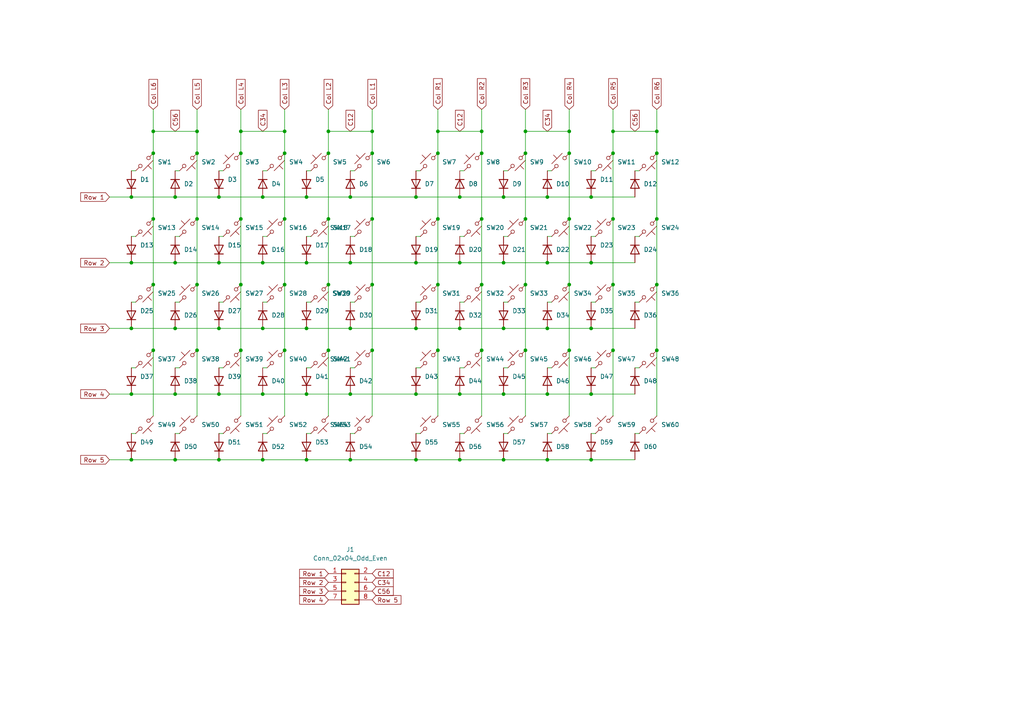
<source format=kicad_sch>
(kicad_sch (version 20230121) (generator eeschema)
  (paper "A4")
  (title_block (title "Pragmatic 60A (Duplex Matrix)") (date "2023-09-15") (rev "1") (company "Pragmatic Inc.") (comment 1 "by James Sa"))
  (lib_symbols
    (symbol "Connector_Generic:Conn_02x04_Odd_Even" (pin_names (offset 1.016) hide)
      (property "Reference" "J" (at 1.27 5.08 0))
      (property "Value" "Conn_02x04_Odd_Even" (at 1.27 -7.62 0))
      (symbol "Conn_02x04_Odd_Even_1_1"
        (pin passive line (at -5.08 2.54 0) (length 3.81) (name "Pin_1") (number "1"))
        (pin passive line (at 7.62 2.54 180) (length 3.81) (name "Pin_2") (number "2"))
        (pin passive line (at -5.08 0 0) (length 3.81) (name "Pin_3") (number "3"))
        (pin passive line (at 7.62 0 180) (length 3.81) (name "Pin_4") (number "4"))
        (pin passive line (at -5.08 -2.54 0) (length 3.81) (name "Pin_5") (number "5"))
        (pin passive line (at 7.62 -2.54 180) (length 3.81) (name "Pin_6") (number "6"))
        (pin passive line (at -5.08 -5.08 0) (length 3.81) (name "Pin_7") (number "7"))
        (pin passive line (at 7.62 -5.08 180) (length 3.81) (name "Pin_8") (number "8"))
      )
    )
    (symbol "Diode:1N4448W" (pin_numbers hide) (pin_names hide)
      (property "Reference" "D" (at 0 2.54 0))
      (property "Value" "1N4448W" (at 0 -2.54 0))
      (symbol "1N4448W_1_1"
        (pin passive line (at -3.81 0 0) (length 2.54) (name "K") (number "1"))
        (pin passive line (at 3.81 0 180) (length 2.54) (name "A") (number "2"))
      )
    )
    (symbol "Switch:SW_Push_45deg" (pin_numbers hide) (pin_names (offset 1.016) hide)
      (property "Reference" "SW" (at 3.048 1.016 0))
      (property "Value" "SW_Push_45deg" (at 0 -3.81 0))
      (symbol "SW_Push_45deg_0_1"
        (pin passive line (at -2.54 2.54 0) (length 0) (name "1") (number "1"))
        (pin passive line (at 2.54 -2.54 180) (length 0) (name "2") (number "2"))
      )
    )
  )
  (junction (at 139.7 101.6))
  (junction (at 165.1 101.6))
  (junction (at 171.45 133.35))
  (junction (at 127 82.55))
  (junction (at 38.1 95.25))
  (junction (at 165.1 44.45))
  (junction (at 107.95 101.6))
  (junction (at 101.6 95.25))
  (junction (at 44.45 82.55))
  (junction (at 146.05 95.25))
  (junction (at 139.7 38.1))
  (junction (at 146.05 57.15))
  (junction (at 88.9 95.25))
  (junction (at 95.25 38.1))
  (junction (at 57.15 63.5))
  (junction (at 69.85 44.45))
  (junction (at 171.45 76.2))
  (junction (at 152.4 38.1))
  (junction (at 107.95 82.55))
  (junction (at 63.5 76.2))
  (junction (at 101.6 133.35))
  (junction (at 57.15 82.55))
  (junction (at 171.45 95.25))
  (junction (at 76.2 57.15))
  (junction (at 158.75 95.25))
  (junction (at 152.4 63.5))
  (junction (at 50.8 95.25))
  (junction (at 165.1 63.5))
  (junction (at 177.8 44.45))
  (junction (at 63.5 57.15))
  (junction (at 88.9 114.3))
  (junction (at 76.2 114.3))
  (junction (at 69.85 63.5))
  (junction (at 76.2 133.35))
  (junction (at 38.1 114.3))
  (junction (at 120.65 57.15))
  (junction (at 152.4 82.55))
  (junction (at 165.1 38.1))
  (junction (at 152.4 101.6))
  (junction (at 107.95 44.45))
  (junction (at 82.55 101.6))
  (junction (at 146.05 133.35))
  (junction (at 120.65 76.2))
  (junction (at 120.65 133.35))
  (junction (at 44.45 63.5))
  (junction (at 133.35 95.25))
  (junction (at 177.8 38.1))
  (junction (at 190.5 38.1))
  (junction (at 69.85 38.1))
  (junction (at 88.9 57.15))
  (junction (at 127 63.5))
  (junction (at 133.35 114.3))
  (junction (at 146.05 114.3))
  (junction (at 120.65 114.3))
  (junction (at 38.1 133.35))
  (junction (at 63.5 95.25))
  (junction (at 69.85 101.6))
  (junction (at 107.95 38.1))
  (junction (at 139.7 82.55))
  (junction (at 57.15 101.6))
  (junction (at 76.2 95.25))
  (junction (at 88.9 76.2))
  (junction (at 38.1 57.15))
  (junction (at 82.55 82.55))
  (junction (at 127 101.6))
  (junction (at 177.8 101.6))
  (junction (at 101.6 57.15))
  (junction (at 190.5 82.55))
  (junction (at 50.8 114.3))
  (junction (at 165.1 82.55))
  (junction (at 190.5 63.5))
  (junction (at 133.35 133.35))
  (junction (at 133.35 76.2))
  (junction (at 107.95 63.5))
  (junction (at 127 38.1))
  (junction (at 50.8 76.2))
  (junction (at 82.55 38.1))
  (junction (at 50.8 133.35))
  (junction (at 158.75 133.35))
  (junction (at 101.6 114.3))
  (junction (at 57.15 44.45))
  (junction (at 44.45 101.6))
  (junction (at 120.65 95.25))
  (junction (at 82.55 63.5))
  (junction (at 171.45 114.3))
  (junction (at 76.2 76.2))
  (junction (at 44.45 44.45))
  (junction (at 95.25 82.55))
  (junction (at 171.45 57.15))
  (junction (at 63.5 114.3))
  (junction (at 101.6 76.2))
  (junction (at 44.45 38.1))
  (junction (at 133.35 57.15))
  (junction (at 139.7 44.45))
  (junction (at 82.55 44.45))
  (junction (at 158.75 76.2))
  (junction (at 177.8 63.5))
  (junction (at 158.75 57.15))
  (junction (at 158.75 114.3))
  (junction (at 190.5 101.6))
  (junction (at 177.8 82.55))
  (junction (at 50.8 57.15))
  (junction (at 190.5 44.45))
  (junction (at 95.25 63.5))
  (junction (at 95.25 101.6))
  (junction (at 152.4 44.45))
  (junction (at 57.15 38.1))
  (junction (at 95.25 44.45))
  (junction (at 88.9 133.35))
  (junction (at 69.85 82.55))
  (junction (at 38.1 76.2))
  (junction (at 127 44.45))
  (junction (at 63.5 133.35))
  (junction (at 139.7 63.5))
  (junction (at 146.05 76.2))
  (wire (pts (xy 127 44.45) (xy 127 63.5)))
  (wire (pts (xy 69.85 101.6) (xy 69.85 120.65)))
  (wire (pts (xy 172.72 87.63) (xy 171.45 87.63)))
  (wire (pts (xy 57.15 63.5) (xy 57.15 82.55)))
  (wire (pts (xy 76.2 95.25) (xy 88.9 95.25)))
  (wire (pts (xy 76.2 57.15) (xy 88.9 57.15)))
  (wire (pts (xy 76.2 114.3) (xy 88.9 114.3)))
  (wire (pts (xy 107.95 82.55) (xy 107.95 101.6)))
  (wire (pts (xy 127 31.75) (xy 127 38.1)))
  (wire (pts (xy 76.2 125.73) (xy 77.47 125.73)))
  (wire (pts (xy 69.85 44.45) (xy 69.85 63.5)))
  (wire (pts (xy 165.1 38.1) (xy 165.1 44.45)))
  (wire (pts (xy 120.65 133.35) (xy 133.35 133.35)))
  (wire (pts (xy 69.85 38.1) (xy 69.85 44.45)))
  (wire (pts (xy 165.1 31.75) (xy 165.1 38.1)))
  (wire (pts (xy 177.8 31.75) (xy 177.8 38.1)))
  (wire (pts (xy 158.75 68.58) (xy 160.02 68.58)))
  (wire (pts (xy 76.2 87.63) (xy 77.47 87.63)))
  (wire (pts (xy 171.45 76.2) (xy 184.15 76.2)))
  (wire (pts (xy 158.75 76.2) (xy 171.45 76.2)))
  (wire (pts (xy 146.05 114.3) (xy 158.75 114.3)))
  (wire (pts (xy 76.2 133.35) (xy 88.9 133.35)))
  (wire (pts (xy 50.8 49.53) (xy 52.07 49.53)))
  (wire (pts (xy 64.77 87.63) (xy 63.5 87.63)))
  (wire (pts (xy 31.75 133.35) (xy 38.1 133.35)))
  (wire (pts (xy 152.4 38.1) (xy 152.4 44.45)))
  (wire (pts (xy 152.4 63.5) (xy 152.4 82.55)))
  (wire (pts (xy 133.35 68.58) (xy 134.62 68.58)))
  (wire (pts (xy 44.45 63.5) (xy 44.45 82.55)))
  (wire (pts (xy 38.1 95.25) (xy 50.8 95.25)))
  (wire (pts (xy 147.32 87.63) (xy 146.05 87.63)))
  (wire (pts (xy 69.85 63.5) (xy 69.85 82.55)))
  (wire (pts (xy 121.92 106.68) (xy 120.65 106.68)))
  (wire (pts (xy 82.55 63.5) (xy 82.55 82.55)))
  (wire (pts (xy 95.25 38.1) (xy 107.95 38.1)))
  (wire (pts (xy 146.05 133.35) (xy 158.75 133.35)))
  (wire (pts (xy 57.15 31.75) (xy 57.15 38.1)))
  (wire (pts (xy 158.75 133.35) (xy 171.45 133.35)))
  (wire (pts (xy 121.92 68.58) (xy 120.65 68.58)))
  (wire (pts (xy 69.85 82.55) (xy 69.85 101.6)))
  (wire (pts (xy 133.35 114.3) (xy 146.05 114.3)))
  (wire (pts (xy 107.95 63.5) (xy 107.95 82.55)))
  (wire (pts (xy 101.6 106.68) (xy 102.87 106.68)))
  (wire (pts (xy 120.65 49.53) (xy 121.92 49.53)))
  (wire (pts (xy 50.8 76.2) (xy 63.5 76.2)))
  (wire (pts (xy 57.15 38.1) (xy 57.15 44.45)))
  (wire (pts (xy 107.95 44.45) (xy 107.95 63.5)))
  (wire (pts (xy 82.55 44.45) (xy 82.55 63.5)))
  (wire (pts (xy 82.55 31.75) (xy 82.55 38.1)))
  (wire (pts (xy 158.75 57.15) (xy 171.45 57.15)))
  (wire (pts (xy 184.15 68.58) (xy 185.42 68.58)))
  (wire (pts (xy 190.5 63.5) (xy 190.5 82.55)))
  (wire (pts (xy 177.8 82.55) (xy 177.8 101.6)))
  (wire (pts (xy 158.75 114.3) (xy 171.45 114.3)))
  (wire (pts (xy 101.6 57.15) (xy 120.65 57.15)))
  (wire (pts (xy 133.35 87.63) (xy 134.62 87.63)))
  (wire (pts (xy 50.8 125.73) (xy 52.07 125.73)))
  (wire (pts (xy 158.75 49.53) (xy 160.02 49.53)))
  (wire (pts (xy 63.5 95.25) (xy 76.2 95.25)))
  (wire (pts (xy 184.15 87.63) (xy 185.42 87.63)))
  (wire (pts (xy 90.17 68.58) (xy 88.9 68.58)))
  (wire (pts (xy 177.8 38.1) (xy 177.8 44.45)))
  (wire (pts (xy 50.8 133.35) (xy 63.5 133.35)))
  (wire (pts (xy 165.1 44.45) (xy 165.1 63.5)))
  (wire (pts (xy 133.35 133.35) (xy 146.05 133.35)))
  (wire (pts (xy 158.75 106.68) (xy 160.02 106.68)))
  (wire (pts (xy 147.32 106.68) (xy 146.05 106.68)))
  (wire (pts (xy 190.5 38.1) (xy 190.5 44.45)))
  (wire (pts (xy 152.4 101.6) (xy 152.4 120.65)))
  (wire (pts (xy 38.1 133.35) (xy 50.8 133.35)))
  (wire (pts (xy 139.7 82.55) (xy 139.7 101.6)))
  (wire (pts (xy 88.9 57.15) (xy 101.6 57.15)))
  (wire (pts (xy 172.72 68.58) (xy 171.45 68.58)))
  (wire (pts (xy 95.25 101.6) (xy 95.25 120.65)))
  (wire (pts (xy 120.65 76.2) (xy 133.35 76.2)))
  (wire (pts (xy 171.45 57.15) (xy 184.15 57.15)))
  (wire (pts (xy 63.5 57.15) (xy 76.2 57.15)))
  (wire (pts (xy 121.92 125.73) (xy 120.65 125.73)))
  (wire (pts (xy 44.45 38.1) (xy 57.15 38.1)))
  (wire (pts (xy 158.75 95.25) (xy 171.45 95.25)))
  (wire (pts (xy 39.37 87.63) (xy 38.1 87.63)))
  (wire (pts (xy 44.45 31.75) (xy 44.45 38.1)))
  (wire (pts (xy 165.1 63.5) (xy 165.1 82.55)))
  (wire (pts (xy 95.25 63.5) (xy 95.25 82.55)))
  (wire (pts (xy 90.17 106.68) (xy 88.9 106.68)))
  (wire (pts (xy 88.9 49.53) (xy 90.17 49.53)))
  (wire (pts (xy 50.8 95.25) (xy 63.5 95.25)))
  (wire (pts (xy 64.77 68.58) (xy 63.5 68.58)))
  (wire (pts (xy 139.7 38.1) (xy 139.7 44.45)))
  (wire (pts (xy 88.9 76.2) (xy 101.6 76.2)))
  (wire (pts (xy 107.95 38.1) (xy 107.95 44.45)))
  (wire (pts (xy 133.35 125.73) (xy 134.62 125.73)))
  (wire (pts (xy 147.32 125.73) (xy 146.05 125.73)))
  (wire (pts (xy 120.65 114.3) (xy 133.35 114.3)))
  (wire (pts (xy 190.5 101.6) (xy 190.5 120.65)))
  (wire (pts (xy 31.75 57.15) (xy 38.1 57.15)))
  (wire (pts (xy 31.75 95.25) (xy 38.1 95.25)))
  (wire (pts (xy 127 38.1) (xy 127 44.45)))
  (wire (pts (xy 121.92 87.63) (xy 120.65 87.63)))
  (wire (pts (xy 158.75 87.63) (xy 160.02 87.63)))
  (wire (pts (xy 133.35 76.2) (xy 146.05 76.2)))
  (wire (pts (xy 57.15 82.55) (xy 57.15 101.6)))
  (wire (pts (xy 101.6 87.63) (xy 102.87 87.63)))
  (wire (pts (xy 177.8 44.45) (xy 177.8 63.5)))
  (wire (pts (xy 152.4 38.1) (xy 165.1 38.1)))
  (wire (pts (xy 76.2 106.68) (xy 77.47 106.68)))
  (wire (pts (xy 152.4 82.55) (xy 152.4 101.6)))
  (wire (pts (xy 177.8 101.6) (xy 177.8 120.65)))
  (wire (pts (xy 57.15 101.6) (xy 57.15 120.65)))
  (wire (pts (xy 133.35 95.25) (xy 146.05 95.25)))
  (wire (pts (xy 50.8 114.3) (xy 63.5 114.3)))
  (wire (pts (xy 165.1 82.55) (xy 165.1 101.6)))
  (wire (pts (xy 39.37 68.58) (xy 38.1 68.58)))
  (wire (pts (xy 133.35 49.53) (xy 134.62 49.53)))
  (wire (pts (xy 31.75 114.3) (xy 38.1 114.3)))
  (wire (pts (xy 64.77 125.73) (xy 63.5 125.73)))
  (wire (pts (xy 146.05 49.53) (xy 147.32 49.53)))
  (wire (pts (xy 90.17 87.63) (xy 88.9 87.63)))
  (wire (pts (xy 76.2 76.2) (xy 88.9 76.2)))
  (wire (pts (xy 152.4 44.45) (xy 152.4 63.5)))
  (wire (pts (xy 44.45 82.55) (xy 44.45 101.6)))
  (wire (pts (xy 133.35 57.15) (xy 146.05 57.15)))
  (wire (pts (xy 139.7 63.5) (xy 139.7 82.55)))
  (wire (pts (xy 95.25 82.55) (xy 95.25 101.6)))
  (wire (pts (xy 88.9 114.3) (xy 101.6 114.3)))
  (wire (pts (xy 39.37 125.73) (xy 38.1 125.73)))
  (wire (pts (xy 88.9 133.35) (xy 101.6 133.35)))
  (wire (pts (xy 38.1 76.2) (xy 50.8 76.2)))
  (wire (pts (xy 171.45 49.53) (xy 172.72 49.53)))
  (wire (pts (xy 184.15 49.53) (xy 185.42 49.53)))
  (wire (pts (xy 139.7 31.75) (xy 139.7 38.1)))
  (wire (pts (xy 38.1 114.3) (xy 50.8 114.3)))
  (wire (pts (xy 107.95 101.6) (xy 107.95 120.65)))
  (wire (pts (xy 127 38.1) (xy 139.7 38.1)))
  (wire (pts (xy 39.37 106.68) (xy 38.1 106.68)))
  (wire (pts (xy 190.5 31.75) (xy 190.5 38.1)))
  (wire (pts (xy 63.5 114.3) (xy 76.2 114.3)))
  (wire (pts (xy 82.55 82.55) (xy 82.55 101.6)))
  (wire (pts (xy 88.9 95.25) (xy 101.6 95.25)))
  (wire (pts (xy 101.6 114.3) (xy 120.65 114.3)))
  (wire (pts (xy 172.72 125.73) (xy 171.45 125.73)))
  (wire (pts (xy 95.25 31.75) (xy 95.25 38.1)))
  (wire (pts (xy 133.35 106.68) (xy 134.62 106.68)))
  (wire (pts (xy 64.77 106.68) (xy 63.5 106.68)))
  (wire (pts (xy 139.7 101.6) (xy 139.7 120.65)))
  (wire (pts (xy 184.15 106.68) (xy 185.42 106.68)))
  (wire (pts (xy 101.6 95.25) (xy 120.65 95.25)))
  (wire (pts (xy 190.5 82.55) (xy 190.5 101.6)))
  (wire (pts (xy 147.32 68.58) (xy 146.05 68.58)))
  (wire (pts (xy 95.25 38.1) (xy 95.25 44.45)))
  (wire (pts (xy 38.1 57.15) (xy 50.8 57.15)))
  (wire (pts (xy 90.17 125.73) (xy 88.9 125.73)))
  (wire (pts (xy 76.2 49.53) (xy 77.47 49.53)))
  (wire (pts (xy 76.2 68.58) (xy 77.47 68.58)))
  (wire (pts (xy 146.05 57.15) (xy 158.75 57.15)))
  (wire (pts (xy 190.5 44.45) (xy 190.5 63.5)))
  (wire (pts (xy 57.15 44.45) (xy 57.15 63.5)))
  (wire (pts (xy 107.95 31.75) (xy 107.95 38.1)))
  (wire (pts (xy 50.8 57.15) (xy 63.5 57.15)))
  (wire (pts (xy 69.85 31.75) (xy 69.85 38.1)))
  (wire (pts (xy 101.6 133.35) (xy 120.65 133.35)))
  (wire (pts (xy 69.85 38.1) (xy 82.55 38.1)))
  (wire (pts (xy 172.72 106.68) (xy 171.45 106.68)))
  (wire (pts (xy 82.55 38.1) (xy 82.55 44.45)))
  (wire (pts (xy 95.25 44.45) (xy 95.25 63.5)))
  (wire (pts (xy 127 63.5) (xy 127 82.55)))
  (wire (pts (xy 63.5 76.2) (xy 76.2 76.2)))
  (wire (pts (xy 101.6 68.58) (xy 102.87 68.58)))
  (wire (pts (xy 184.15 125.73) (xy 185.42 125.73)))
  (wire (pts (xy 177.8 38.1) (xy 190.5 38.1)))
  (wire (pts (xy 158.75 125.73) (xy 160.02 125.73)))
  (wire (pts (xy 44.45 38.1) (xy 44.45 44.45)))
  (wire (pts (xy 127 101.6) (xy 127 120.65)))
  (wire (pts (xy 63.5 133.35) (xy 76.2 133.35)))
  (wire (pts (xy 63.5 49.53) (xy 64.77 49.53)))
  (wire (pts (xy 44.45 101.6) (xy 44.45 120.65)))
  (wire (pts (xy 177.8 63.5) (xy 177.8 82.55)))
  (wire (pts (xy 50.8 106.68) (xy 52.07 106.68)))
  (wire (pts (xy 139.7 44.45) (xy 139.7 63.5)))
  (wire (pts (xy 171.45 95.25) (xy 184.15 95.25)))
  (wire (pts (xy 120.65 95.25) (xy 133.35 95.25)))
  (wire (pts (xy 120.65 57.15) (xy 133.35 57.15)))
  (wire (pts (xy 171.45 133.35) (xy 184.15 133.35)))
  (wire (pts (xy 50.8 87.63) (xy 52.07 87.63)))
  (wire (pts (xy 44.45 44.45) (xy 44.45 63.5)))
  (wire (pts (xy 171.45 114.3) (xy 184.15 114.3)))
  (wire (pts (xy 101.6 125.73) (xy 102.87 125.73)))
  (wire (pts (xy 101.6 76.2) (xy 120.65 76.2)))
  (wire (pts (xy 146.05 95.25) (xy 158.75 95.25)))
  (wire (pts (xy 31.75 76.2) (xy 38.1 76.2)))
  (wire (pts (xy 146.05 76.2) (xy 158.75 76.2)))
  (wire (pts (xy 152.4 31.75) (xy 152.4 38.1)))
  (wire (pts (xy 127 82.55) (xy 127 101.6)))
  (wire (pts (xy 50.8 68.58) (xy 52.07 68.58)))
  (wire (pts (xy 38.1 49.53) (xy 39.37 49.53)))
  (wire (pts (xy 82.55 101.6) (xy 82.55 120.65)))
  (wire (pts (xy 165.1 101.6) (xy 165.1 120.65)))
  (wire (pts (xy 101.6 49.53) (xy 102.87 49.53)))
  (global_label "Row 4" (shape input) (at 95.25 173.99 180) (property "Intersheetrefs" "${INTERSHEET_REFS}" (effects hide)))
  (global_label "Col L2" (shape input) (at 95.25 31.75 90) (property "Intersheetrefs" "${INTERSHEET_REFS}" (effects hide)))
  (global_label "C56" (shape input) (at 107.95 171.45 0) (property "Intersheetrefs" "${INTERSHEET_REFS}" (effects hide)))
  (global_label "Col R3" (shape input) (at 152.4 31.75 90) (property "Intersheetrefs" "${INTERSHEET_REFS}" (effects hide)))
  (global_label "Col R4" (shape input) (at 165.1 31.75 90) (property "Intersheetrefs" "${INTERSHEET_REFS}" (effects hide)))
  (global_label "C12" (shape input) (at 101.6 38.1 90) (property "Intersheetrefs" "${INTERSHEET_REFS}" (effects hide)))
  (global_label "Col R5" (shape input) (at 177.8 31.75 90) (property "Intersheetrefs" "${INTERSHEET_REFS}" (effects hide)))
  (global_label "C34" (shape input) (at 158.75 38.1 90) (property "Intersheetrefs" "${INTERSHEET_REFS}" (effects hide)))
  (global_label "C56" (shape input) (at 184.15 38.1 90) (property "Intersheetrefs" "${INTERSHEET_REFS}" (effects hide)))
  (global_label "C12" (shape input) (at 133.35 38.1 90) (property "Intersheetrefs" "${INTERSHEET_REFS}" (effects hide)))
  (global_label "Row 2" (shape input) (at 31.75 76.2 180) (property "Intersheetrefs" "${INTERSHEET_REFS}" (effects hide)))
  (global_label "Row 5" (shape input) (at 107.95 173.99 0) (property "Intersheetrefs" "${INTERSHEET_REFS}" (effects hide)))
  (global_label "Col L5" (shape input) (at 57.15 31.75 90) (property "Intersheetrefs" "${INTERSHEET_REFS}" (effects hide)))
  (global_label "Col L3" (shape input) (at 82.55 31.75 90) (property "Intersheetrefs" "${INTERSHEET_REFS}" (effects hide)))
  (global_label "Row 5" (shape input) (at 31.75 133.35 180) (property "Intersheetrefs" "${INTERSHEET_REFS}" (effects hide)))
  (global_label "Col L6" (shape input) (at 44.45 31.75 90) (property "Intersheetrefs" "${INTERSHEET_REFS}" (effects hide)))
  (global_label "Col L1" (shape input) (at 107.95 31.75 90) (property "Intersheetrefs" "${INTERSHEET_REFS}" (effects hide)))
  (global_label "C56" (shape input) (at 50.8 38.1 90) (property "Intersheetrefs" "${INTERSHEET_REFS}" (effects hide)))
  (global_label "Row 3" (shape input) (at 95.25 171.45 180) (property "Intersheetrefs" "${INTERSHEET_REFS}" (effects hide)))
  (global_label "C12" (shape input) (at 107.95 166.37 0) (property "Intersheetrefs" "${INTERSHEET_REFS}" (effects hide)))
  (global_label "Col L4" (shape input) (at 69.85 31.75 90) (property "Intersheetrefs" "${INTERSHEET_REFS}" (effects hide)))
  (global_label "Row 4" (shape input) (at 31.75 114.3 180) (property "Intersheetrefs" "${INTERSHEET_REFS}" (effects hide)))
  (global_label "Row 1" (shape input) (at 31.75 57.15 180) (property "Intersheetrefs" "${INTERSHEET_REFS}" (effects hide)))
  (global_label "Col R1" (shape input) (at 127 31.75 90) (property "Intersheetrefs" "${INTERSHEET_REFS}" (effects hide)))
  (global_label "Row 3" (shape input) (at 31.75 95.25 180) (property "Intersheetrefs" "${INTERSHEET_REFS}" (effects hide)))
  (global_label "Col R2" (shape input) (at 139.7 31.75 90) (property "Intersheetrefs" "${INTERSHEET_REFS}" (effects hide)))
  (global_label "C34" (shape input) (at 76.2 38.1 90) (property "Intersheetrefs" "${INTERSHEET_REFS}" (effects hide)))
  (global_label "Row 2" (shape input) (at 95.25 168.91 180) (property "Intersheetrefs" "${INTERSHEET_REFS}" (effects hide)))
  (global_label "Col R6" (shape input) (at 190.5 31.75 90) (property "Intersheetrefs" "${INTERSHEET_REFS}" (effects hide)))
  (global_label "C34" (shape input) (at 107.95 168.91 0) (property "Intersheetrefs" "${INTERSHEET_REFS}" (effects hide)))
  (global_label "Row 1" (shape input) (at 95.25 166.37 180) (property "Intersheetrefs" "${INTERSHEET_REFS}" (effects hide)))
  (symbol (lib_id "Switch:SW_Push_45deg") (at 187.96 123.19 270) (unit 1)
    (property "Reference" "SW60" (at 191.77 123.1899 90) (effects (justify left)))
    (property "Value" "SW_Push_45deg" (effects hide))
    (property "Footprint" "Keyboard_JSA:MX_Hotswap" (effects hide))
  )
  (symbol (lib_id "Diode:1N4448W") (at 146.05 72.39 90) (unit 1)
    (property "Reference" "D21" (at 148.59 72.3899 90) (effects (justify right)))
    (property "Value" "1N4448W" (effects hide))
    (property "Footprint" "Keyboard_Foostan:D3_SMD_v2" (effects hide))
    (property "Datasheet" "https://www.vishay.com/docs/85722/1n4448w.pdf" (effects hide))
  )
  (symbol (lib_id "Diode:1N4448W") (at 171.45 129.54 90) (unit 1)
    (property "Reference" "D59" (at 173.99 128.2699 90) (effects (justify right)))
    (property "Value" "1N4448W" (effects hide))
    (property "Footprint" "Keyboard_Foostan:D3_SMD_v2" (effects hide))
    (property "Datasheet" "https://www.vishay.com/docs/85722/1n4448w.pdf" (effects hide))
  )
  (symbol (lib_id "Diode:1N4448W") (at 38.1 91.44 90) (unit 1)
    (property "Reference" "D25" (at 40.64 90.1699 90) (effects (justify right)))
    (property "Value" "1N4448W" (effects hide))
    (property "Footprint" "Keyboard_Foostan:D3_SMD_v2" (effects hide))
    (property "Datasheet" "https://www.vishay.com/docs/85722/1n4448w.pdf" (effects hide))
  )
  (symbol (lib_id "Diode:1N4448W") (at 171.45 53.34 90) (unit 1)
    (property "Reference" "D11" (at 173.99 52.0699 90) (effects (justify right)))
    (property "Value" "1N4448W" (effects hide))
    (property "Footprint" "Keyboard_Foostan:D3_SMD_v2" (effects hide))
    (property "Datasheet" "https://www.vishay.com/docs/85722/1n4448w.pdf" (effects hide))
  )
  (symbol (lib_id "Diode:1N4448W") (at 38.1 110.49 90) (unit 1)
    (property "Reference" "D37" (at 40.64 109.2199 90) (effects (justify right)))
    (property "Value" "1N4448W" (effects hide))
    (property "Footprint" "Keyboard_Foostan:D3_SMD_v2" (effects hide))
    (property "Datasheet" "https://www.vishay.com/docs/85722/1n4448w.pdf" (effects hide))
  )
  (symbol (lib_id "Switch:SW_Push_45deg") (at 54.61 66.04 90) (unit 1)
    (property "Reference" "SW14" (at 58.42 66.04 90) (effects (justify right)))
    (property "Value" "SW_Push_45deg" (effects hide))
    (property "Footprint" "Keyboard_JSA:MX_Hotswap Reverse" (effects hide))
  )
  (symbol (lib_id "Diode:1N4448W") (at 158.75 129.54 270) (unit 1)
    (property "Reference" "D58" (at 161.29 129.5399 90) (effects (justify left)))
    (property "Value" "1N4448W" (effects hide))
    (property "Footprint" "Keyboard_Foostan:D3_SMD_v2" (effects hide))
    (property "Datasheet" "https://www.vishay.com/docs/85722/1n4448w.pdf" (effects hide))
  )
  (symbol (lib_id "Switch:SW_Push_45deg") (at 149.86 85.09 90) (unit 1)
    (property "Reference" "SW33" (at 153.67 85.09 90) (effects (justify right)))
    (property "Value" "SW_Push_45deg" (effects hide))
    (property "Footprint" "Keyboard_JSA:MX_Hotswap" (effects hide))
  )
  (symbol (lib_id "Diode:1N4448W") (at 120.65 72.39 90) (unit 1)
    (property "Reference" "D19" (at 123.19 72.3899 90) (effects (justify right)))
    (property "Value" "1N4448W" (effects hide))
    (property "Footprint" "Keyboard_Foostan:D3_SMD_v2" (effects hide))
    (property "Datasheet" "https://www.vishay.com/docs/85722/1n4448w.pdf" (effects hide))
  )
  (symbol (lib_id "Switch:SW_Push_45deg") (at 41.91 104.14 270) (unit 1)
    (property "Reference" "SW37" (at 45.72 104.14 90) (effects (justify left)))
    (property "Value" "SW_Push_45deg" (effects hide))
    (property "Footprint" "Keyboard_JSA:MX_Hotswap Reverse" (effects hide))
  )
  (symbol (lib_id "Switch:SW_Push_45deg") (at 149.86 66.04 90) (unit 1)
    (property "Reference" "SW21" (at 153.67 66.04 90) (effects (justify right)))
    (property "Value" "SW_Push_45deg" (effects hide))
    (property "Footprint" "Keyboard_JSA:MX_Hotswap" (effects hide))
  )
  (symbol (lib_id "Diode:1N4448W") (at 50.8 129.54 270) (unit 1)
    (property "Reference" "D50" (at 53.34 129.5399 90) (effects (justify left)))
    (property "Value" "1N4448W" (effects hide))
    (property "Footprint" "Keyboard_Foostan:D3_SMD_v2" (effects hide))
    (property "Datasheet" "https://www.vishay.com/docs/85722/1n4448w.pdf" (effects hide))
  )
  (symbol (lib_id "Switch:SW_Push_45deg") (at 105.41 123.19 90) (unit 1)
    (property "Reference" "SW54" (at 100.965 123.19 90) (effects (justify left)))
    (property "Value" "SW_Push_45deg" (effects hide))
    (property "Footprint" "Keyboard_JSA:MX_Hotswap Reverse" (effects hide))
  )
  (symbol (lib_id "Diode:1N4448W") (at 63.5 53.34 90) (unit 1)
    (property "Reference" "D3" (at 66.04 52.0699 90) (effects (justify right)))
    (property "Value" "1N4448W" (effects hide))
    (property "Footprint" "Keyboard_Foostan:D3_SMD_v2" (effects hide))
    (property "Datasheet" "https://www.vishay.com/docs/85722/1n4448w.pdf" (effects hide))
  )
  (symbol (lib_id "Diode:1N4448W") (at 120.65 110.49 90) (unit 1)
    (property "Reference" "D43" (at 123.19 109.2199 90) (effects (justify right)))
    (property "Value" "1N4448W" (effects hide))
    (property "Footprint" "Keyboard_Foostan:D3_SMD_v2" (effects hide))
    (property "Datasheet" "https://www.vishay.com/docs/85722/1n4448w.pdf" (effects hide))
  )
  (symbol (lib_id "Switch:SW_Push_45deg") (at 149.86 104.14 90) (unit 1)
    (property "Reference" "SW45" (at 153.67 104.14 90) (effects (justify right)))
    (property "Value" "SW_Push_45deg" (effects hide))
    (property "Footprint" "Keyboard_JSA:MX_Hotswap" (effects hide))
  )
  (symbol (lib_id "Switch:SW_Push_45deg") (at 80.01 85.09 90) (unit 1)
    (property "Reference" "SW28" (at 83.82 85.09 90) (effects (justify right)))
    (property "Value" "SW_Push_45deg" (effects hide))
    (property "Footprint" "Keyboard_JSA:MX_Hotswap Reverse" (effects hide))
  )
  (symbol (lib_id "Switch:SW_Push_45deg") (at 41.91 123.19 270) (unit 1)
    (property "Reference" "SW49" (at 45.72 123.19 90) (effects (justify left)))
    (property "Value" "SW_Push_45deg" (effects hide))
    (property "Footprint" "Keyboard_JSA:MX_Hotswap Reverse" (effects hide))
  )
  (symbol (lib_id "Diode:1N4448W") (at 184.15 129.54 270) (unit 1)
    (property "Reference" "D60" (at 186.69 129.5399 90) (effects (justify left)))
    (property "Value" "1N4448W" (effects hide))
    (property "Footprint" "Keyboard_Foostan:D3_SMD_v2" (effects hide))
    (property "Datasheet" "https://www.vishay.com/docs/85722/1n4448w.pdf" (effects hide))
  )
  (symbol (lib_id "Diode:1N4448W") (at 158.75 53.34 270) (unit 1)
    (property "Reference" "D10" (at 161.29 53.3399 90) (effects (justify left)))
    (property "Value" "1N4448W" (effects hide))
    (property "Footprint" "Keyboard_Foostan:D3_SMD_v2" (effects hide))
    (property "Datasheet" "https://www.vishay.com/docs/85722/1n4448w.pdf" (effects hide))
  )
  (symbol (lib_id "Diode:1N4448W") (at 88.9 72.39 90) (unit 1)
    (property "Reference" "D17" (at 91.44 71.1199 90) (effects (justify right)))
    (property "Value" "1N4448W" (effects hide))
    (property "Footprint" "Keyboard_Foostan:D3_SMD_v2" (effects hide))
    (property "Datasheet" "https://www.vishay.com/docs/85722/1n4448w.pdf" (effects hide))
  )
  (symbol (lib_id "Diode:1N4448W") (at 63.5 72.39 90) (unit 1)
    (property "Reference" "D15" (at 66.04 71.1199 90) (effects (justify right)))
    (property "Value" "1N4448W" (effects hide))
    (property "Footprint" "Keyboard_Foostan:D3_SMD_v2" (effects hide))
    (property "Datasheet" "https://www.vishay.com/docs/85722/1n4448w.pdf" (effects hide))
  )
  (symbol (lib_id "Diode:1N4448W") (at 63.5 129.54 90) (unit 1)
    (property "Reference" "D51" (at 66.04 128.2699 90) (effects (justify right)))
    (property "Value" "1N4448W" (effects hide))
    (property "Footprint" "Keyboard_Foostan:D3_SMD_v2" (effects hide))
    (property "Datasheet" "https://www.vishay.com/docs/85722/1n4448w.pdf" (effects hide))
  )
  (symbol (lib_id "Switch:SW_Push_45deg") (at 137.16 66.04 270) (unit 1)
    (property "Reference" "SW20" (at 140.97 66.0399 90) (effects (justify left)))
    (property "Value" "SW_Push_45deg" (effects hide))
    (property "Footprint" "Keyboard_JSA:MX_Hotswap" (effects hide))
  )
  (symbol (lib_id "Diode:1N4448W") (at 88.9 110.49 90) (unit 1)
    (property "Reference" "D41" (at 91.44 109.2199 90) (effects (justify right)))
    (property "Value" "1N4448W" (effects hide))
    (property "Footprint" "Keyboard_Foostan:D3_SMD_v2" (effects hide))
    (property "Datasheet" "https://www.vishay.com/docs/85722/1n4448w.pdf" (effects hide))
  )
  (symbol (lib_id "Diode:1N4448W") (at 38.1 72.39 90) (unit 1)
    (property "Reference" "D13" (at 40.64 71.1199 90) (effects (justify right)))
    (property "Value" "1N4448W" (effects hide))
    (property "Footprint" "Keyboard_Foostan:D3_SMD_v2" (effects hide))
    (property "Datasheet" "https://www.vishay.com/docs/85722/1n4448w.pdf" (effects hide))
  )
  (symbol (lib_id "Switch:SW_Push_45deg") (at 67.31 85.09 270) (unit 1)
    (property "Reference" "SW27" (at 71.12 85.09 90) (effects (justify left)))
    (property "Value" "SW_Push_45deg" (effects hide))
    (property "Footprint" "Keyboard_JSA:MX_Hotswap Reverse" (effects hide))
  )
  (symbol (lib_id "Switch:SW_Push_45deg") (at 187.96 85.09 270) (unit 1)
    (property "Reference" "SW36" (at 191.77 85.0899 90) (effects (justify left)))
    (property "Value" "SW_Push_45deg" (effects hide))
    (property "Footprint" "Keyboard_JSA:MX_Hotswap" (effects hide))
  )
  (symbol (lib_id "Switch:SW_Push_45deg") (at 175.26 85.09 90) (unit 1)
    (property "Reference" "SW35" (at 179.07 85.09 90) (effects (justify right)))
    (property "Value" "SW_Push_45deg" (effects hide))
    (property "Footprint" "Keyboard_JSA:MX_Hotswap" (effects hide))
  )
  (symbol (lib_id "Switch:SW_Push_45deg") (at 137.16 85.09 270) (unit 1)
    (property "Reference" "SW32" (at 140.97 85.0899 90) (effects (justify left)))
    (property "Value" "SW_Push_45deg" (effects hide))
    (property "Footprint" "Keyboard_JSA:MX_Hotswap" (effects hide))
  )
  (symbol (lib_id "Switch:SW_Push_45deg") (at 175.26 46.99 270) (unit 1)
    (property "Reference" "SW11" (at 179.07 46.99 90) (effects (justify left)))
    (property "Value" "SW_Push_45deg" (effects hide))
    (property "Footprint" "Keyboard_JSA:MX_Hotswap" (effects hide))
  )
  (symbol (lib_id "Switch:SW_Push_45deg") (at 54.61 104.14 90) (unit 1)
    (property "Reference" "SW38" (at 58.42 104.14 90) (effects (justify right)))
    (property "Value" "SW_Push_45deg" (effects hide))
    (property "Footprint" "Keyboard_JSA:MX_Hotswap Reverse" (effects hide))
  )
  (symbol (lib_id "Switch:SW_Push_45deg") (at 124.46 85.09 90) (unit 1)
    (property "Reference" "SW31" (at 128.27 85.09 90) (effects (justify right)))
    (property "Value" "SW_Push_45deg" (effects hide))
    (property "Footprint" "Keyboard_JSA:MX_Hotswap" (effects hide))
  )
  (symbol (lib_id "Switch:SW_Push_45deg") (at 124.46 46.99 90) (unit 1)
    (property "Reference" "SW7" (at 128.27 46.99 90) (effects (justify right)))
    (property "Value" "SW_Push_45deg" (effects hide))
    (property "Footprint" "Keyboard_JSA:MX_Hotswap" (effects hide))
  )
  (symbol (lib_id "Diode:1N4448W") (at 120.65 91.44 90) (unit 1)
    (property "Reference" "D31" (at 123.19 90.1699 90) (effects (justify right)))
    (property "Value" "1N4448W" (effects hide))
    (property "Footprint" "Keyboard_Foostan:D3_SMD_v2" (effects hide))
    (property "Datasheet" "https://www.vishay.com/docs/85722/1n4448w.pdf" (effects hide))
  )
  (symbol (lib_id "Switch:SW_Push_45deg") (at 41.91 85.09 270) (unit 1)
    (property "Reference" "SW25" (at 45.72 85.09 90) (effects (justify left)))
    (property "Value" "SW_Push_45deg" (effects hide))
    (property "Footprint" "Keyboard_JSA:MX_Hotswap Reverse" (effects hide))
  )
  (symbol (lib_id "Switch:SW_Push_45deg") (at 54.61 46.99 270) (unit 1)
    (property "Reference" "SW2" (at 58.42 46.99 90) (effects (justify left)))
    (property "Value" "SW_Push_45deg" (effects hide))
    (property "Footprint" "Keyboard_JSA:MX_Hotswap Reverse" (effects hide))
  )
  (symbol (lib_id "Diode:1N4448W") (at 76.2 110.49 270) (unit 1)
    (property "Reference" "D40" (at 78.74 110.4899 90) (effects (justify left)))
    (property "Value" "1N4448W" (effects hide))
    (property "Footprint" "Keyboard_Foostan:D3_SMD_v2" (effects hide))
    (property "Datasheet" "https://www.vishay.com/docs/85722/1n4448w.pdf" (effects hide))
  )
  (symbol (lib_id "Diode:1N4448W") (at 184.15 72.39 270) (unit 1)
    (property "Reference" "D24" (at 186.69 72.3899 90) (effects (justify left)))
    (property "Value" "1N4448W" (effects hide))
    (property "Footprint" "Keyboard_Foostan:D3_SMD_v2" (effects hide))
    (property "Datasheet" "https://www.vishay.com/docs/85722/1n4448w.pdf" (effects hide))
  )
  (symbol (lib_id "Diode:1N4448W") (at 120.65 129.54 90) (unit 1)
    (property "Reference" "D55" (at 123.19 128.2699 90) (effects (justify right)))
    (property "Value" "1N4448W" (effects hide))
    (property "Footprint" "Keyboard_Foostan:D3_SMD_v2" (effects hide))
    (property "Datasheet" "https://www.vishay.com/docs/85722/1n4448w.pdf" (effects hide))
  )
  (symbol (lib_id "Diode:1N4448W") (at 76.2 129.54 270) (unit 1)
    (property "Reference" "D52" (at 78.74 129.5399 90) (effects (justify left)))
    (property "Value" "1N4448W" (effects hide))
    (property "Footprint" "Keyboard_Foostan:D3_SMD_v2" (effects hide))
    (property "Datasheet" "https://www.vishay.com/docs/85722/1n4448w.pdf" (effects hide))
  )
  (symbol (lib_id "Diode:1N4448W") (at 184.15 110.49 270) (unit 1)
    (property "Reference" "D48" (at 186.69 110.4899 90) (effects (justify left)))
    (property "Value" "1N4448W" (effects hide))
    (property "Footprint" "Keyboard_Foostan:D3_SMD_v2" (effects hide))
    (property "Datasheet" "https://www.vishay.com/docs/85722/1n4448w.pdf" (effects hide))
  )
  (symbol (lib_id "Switch:SW_Push_45deg") (at 162.56 66.04 270) (unit 1)
    (property "Reference" "SW22" (at 166.37 66.0399 90) (effects (justify left)))
    (property "Value" "SW_Push_45deg" (effects hide))
    (property "Footprint" "Keyboard_JSA:MX_Hotswap" (effects hide))
  )
  (symbol (lib_id "Diode:1N4448W") (at 184.15 53.34 270) (unit 1)
    (property "Reference" "D12" (at 186.69 53.3399 90) (effects (justify left)))
    (property "Value" "1N4448W" (effects hide))
    (property "Footprint" "Keyboard_Foostan:D3_SMD_v2" (effects hide))
    (property "Datasheet" "https://www.vishay.com/docs/85722/1n4448w.pdf" (effects hide))
  )
  (symbol (lib_id "Diode:1N4448W") (at 133.35 72.39 270) (unit 1)
    (property "Reference" "D20" (at 135.89 72.3899 90) (effects (justify left)))
    (property "Value" "1N4448W" (effects hide))
    (property "Footprint" "Keyboard_Foostan:D3_SMD_v2" (effects hide))
    (property "Datasheet" "https://www.vishay.com/docs/85722/1n4448w.pdf" (effects hide))
  )
  (symbol (lib_id "Switch:SW_Push_45deg") (at 137.16 123.19 270) (unit 1)
    (property "Reference" "SW56" (at 140.97 123.1899 90) (effects (justify left)))
    (property "Value" "SW_Push_45deg" (effects hide))
    (property "Footprint" "Keyboard_JSA:MX_Hotswap" (effects hide))
  )
  (symbol (lib_id "Diode:1N4448W") (at 101.6 91.44 270) (unit 1)
    (property "Reference" "D30" (at 104.14 91.4399 90) (effects (justify left)))
    (property "Value" "1N4448W" (effects hide))
    (property "Footprint" "Keyboard_Foostan:D3_SMD_v2" (effects hide))
    (property "Datasheet" "https://www.vishay.com/docs/85722/1n4448w.pdf" (effects hide))
  )
  (symbol (lib_id "Diode:1N4448W") (at 101.6 110.49 270) (unit 1)
    (property "Reference" "D42" (at 104.14 110.4899 90) (effects (justify left)))
    (property "Value" "1N4448W" (effects hide))
    (property "Footprint" "Keyboard_Foostan:D3_SMD_v2" (effects hide))
    (property "Datasheet" "https://www.vishay.com/docs/85722/1n4448w.pdf" (effects hide))
  )
  (symbol (lib_id "Switch:SW_Push_45deg") (at 162.56 123.19 270) (unit 1)
    (property "Reference" "SW58" (at 166.37 123.1899 90) (effects (justify left)))
    (property "Value" "SW_Push_45deg" (effects hide))
    (property "Footprint" "Keyboard_JSA:MX_Hotswap" (effects hide))
  )
  (symbol (lib_id "Switch:SW_Push_45deg") (at 124.46 123.19 90) (unit 1)
    (property "Reference" "SW55" (at 128.27 123.19 90) (effects (justify right)))
    (property "Value" "SW_Push_45deg" (effects hide))
    (property "Footprint" "Keyboard_JSA:MX_Hotswap" (effects hide))
  )
  (symbol (lib_id "Switch:SW_Push_45deg") (at 162.56 104.14 270) (unit 1)
    (property "Reference" "SW46" (at 166.37 104.1399 90) (effects (justify left)))
    (property "Value" "SW_Push_45deg" (effects hide))
    (property "Footprint" "Keyboard_JSA:MX_Hotswap" (effects hide))
  )
  (symbol (lib_id "Diode:1N4448W") (at 120.65 53.34 90) (unit 1)
    (property "Reference" "D7" (at 123.19 53.3399 90) (effects (justify right)))
    (property "Value" "1N4448W" (effects hide))
    (property "Footprint" "Keyboard_Foostan:D3_SMD_v2" (effects hide))
    (property "Datasheet" "https://www.vishay.com/docs/85722/1n4448w.pdf" (effects hide))
  )
  (symbol (lib_id "Switch:SW_Push_45deg") (at 105.41 85.09 90) (unit 1)
    (property "Reference" "SW30" (at 101.6 85.09 90) (effects (justify left)))
    (property "Value" "SW_Push_45deg" (effects hide))
    (property "Footprint" "Keyboard_JSA:MX_Hotswap Reverse" (effects hide))
  )
  (symbol (lib_id "Switch:SW_Push_45deg") (at 41.91 66.04 270) (unit 1)
    (property "Reference" "SW13" (at 45.72 66.04 90) (effects (justify left)))
    (property "Value" "SW_Push_45deg" (effects hide))
    (property "Footprint" "Keyboard_JSA:MX_Hotswap Reverse" (effects hide))
  )
  (symbol (lib_id "Connector_Generic:Conn_02x04_Odd_Even") (at 100.33 168.91 0) (unit 1)
    (property "Reference" "J1" (at 101.6 159.385 0))
    (property "Value" "Conn_02x04_Odd_Even" (at 101.6 161.925 0))
    (property "Footprint" "Keyboard_JSA:matrix_connector" (effects hide))
  )
  (symbol (lib_id "Diode:1N4448W") (at 101.6 72.39 270) (unit 1)
    (property "Reference" "D18" (at 104.14 72.3899 90) (effects (justify left)))
    (property "Value" "1N4448W" (effects hide))
    (property "Footprint" "Keyboard_Foostan:D3_SMD_v2" (effects hide))
    (property "Datasheet" "https://www.vishay.com/docs/85722/1n4448w.pdf" (effects hide))
  )
  (symbol (lib_id "Switch:SW_Push_45deg") (at 67.31 46.99 90) (unit 1)
    (property "Reference" "SW3" (at 71.12 46.99 90) (effects (justify right)))
    (property "Value" "SW_Push_45deg" (effects hide))
    (property "Footprint" "Keyboard_JSA:MX_Hotswap Reverse" (effects hide))
  )
  (symbol (lib_id "Diode:1N4448W") (at 63.5 110.49 90) (unit 1)
    (property "Reference" "D39" (at 66.04 109.2199 90) (effects (justify right)))
    (property "Value" "1N4448W" (effects hide))
    (property "Footprint" "Keyboard_Foostan:D3_SMD_v2" (effects hide))
    (property "Datasheet" "https://www.vishay.com/docs/85722/1n4448w.pdf" (effects hide))
  )
  (symbol (lib_id "Diode:1N4448W") (at 158.75 110.49 270) (unit 1)
    (property "Reference" "D46" (at 161.29 110.4899 90) (effects (justify left)))
    (property "Value" "1N4448W" (effects hide))
    (property "Footprint" "Keyboard_Foostan:D3_SMD_v2" (effects hide))
    (property "Datasheet" "https://www.vishay.com/docs/85722/1n4448w.pdf" (effects hide))
  )
  (symbol (lib_id "Switch:SW_Push_45deg") (at 149.86 123.19 90) (unit 1)
    (property "Reference" "SW57" (at 153.67 123.19 90) (effects (justify right)))
    (property "Value" "SW_Push_45deg" (effects hide))
    (property "Footprint" "Keyboard_JSA:MX_Hotswap" (effects hide))
  )
  (symbol (lib_id "Switch:SW_Push_45deg") (at 67.31 66.04 270) (unit 1)
    (property "Reference" "SW15" (at 71.12 66.04 90) (effects (justify left)))
    (property "Value" "SW_Push_45deg" (effects hide))
    (property "Footprint" "Keyboard_JSA:MX_Hotswap Reverse" (effects hide))
  )
  (symbol (lib_id "Switch:SW_Push_45deg") (at 162.56 46.99 90) (unit 1)
    (property "Reference" "SW10" (at 166.37 46.99 90) (effects (justify right)))
    (property "Value" "SW_Push_45deg" (effects hide))
    (property "Footprint" "Keyboard_JSA:MX_Hotswap" (effects hide))
  )
  (symbol (lib_id "Diode:1N4448W") (at 76.2 53.34 270) (unit 1)
    (property "Reference" "D4" (at 78.74 53.3399 90) (effects (justify left)))
    (property "Value" "1N4448W" (effects hide))
    (property "Footprint" "Keyboard_Foostan:D3_SMD_v2" (effects hide))
    (property "Datasheet" "https://www.vishay.com/docs/85722/1n4448w.pdf" (effects hide))
  )
  (symbol (lib_id "Diode:1N4448W") (at 101.6 129.54 270) (unit 1)
    (property "Reference" "D54" (at 104.14 129.5399 90) (effects (justify left)))
    (property "Value" "1N4448W" (effects hide))
    (property "Footprint" "Keyboard_Foostan:D3_SMD_v2" (effects hide))
    (property "Datasheet" "https://www.vishay.com/docs/85722/1n4448w.pdf" (effects hide))
  )
  (symbol (lib_id "Diode:1N4448W") (at 146.05 129.54 90) (unit 1)
    (property "Reference" "D57" (at 148.59 128.2699 90) (effects (justify right)))
    (property "Value" "1N4448W" (effects hide))
    (property "Footprint" "Keyboard_Foostan:D3_SMD_v2" (effects hide))
    (property "Datasheet" "https://www.vishay.com/docs/85722/1n4448w.pdf" (effects hide))
  )
  (symbol (lib_id "Switch:SW_Push_45deg") (at 105.41 104.14 90) (unit 1)
    (property "Reference" "SW42" (at 100.965 104.14 90) (effects (justify left)))
    (property "Value" "SW_Push_45deg" (effects hide))
    (property "Footprint" "Keyboard_JSA:MX_Hotswap Reverse" (effects hide))
  )
  (symbol (lib_id "Diode:1N4448W") (at 101.6 53.34 270) (unit 1)
    (property "Reference" "D6" (at 104.14 53.3399 90) (effects (justify left)))
    (property "Value" "1N4448W" (effects hide))
    (property "Footprint" "Keyboard_Foostan:D3_SMD_v2" (effects hide))
    (property "Datasheet" "https://www.vishay.com/docs/85722/1n4448w.pdf" (effects hide))
  )
  (symbol (lib_id "Switch:SW_Push_45deg") (at 54.61 85.09 90) (unit 1)
    (property "Reference" "SW26" (at 58.42 85.09 90) (effects (justify right)))
    (property "Value" "SW_Push_45deg" (effects hide))
    (property "Footprint" "Keyboard_JSA:MX_Hotswap Reverse" (effects hide))
  )
  (symbol (lib_id "Diode:1N4448W") (at 38.1 129.54 90) (unit 1)
    (property "Reference" "D49" (at 40.64 128.2699 90) (effects (justify right)))
    (property "Value" "1N4448W" (effects hide))
    (property "Footprint" "Keyboard_Foostan:D3_SMD_v2" (effects hide))
    (property "Datasheet" "https://www.vishay.com/docs/85722/1n4448w.pdf" (effects hide))
  )
  (symbol (lib_id "Switch:SW_Push_45deg") (at 149.86 46.99 270) (unit 1)
    (property "Reference" "SW9" (at 153.67 46.99 90) (effects (justify left)))
    (property "Value" "SW_Push_45deg" (effects hide))
    (property "Footprint" "Keyboard_JSA:MX_Hotswap" (effects hide))
  )
  (symbol (lib_id "Switch:SW_Push_45deg") (at 175.26 104.14 90) (unit 1)
    (property "Reference" "SW47" (at 179.07 104.14 90) (effects (justify right)))
    (property "Value" "SW_Push_45deg" (effects hide))
    (property "Footprint" "Keyboard_JSA:MX_Hotswap" (effects hide))
  )
  (symbol (lib_id "Diode:1N4448W") (at 133.35 91.44 270) (unit 1)
    (property "Reference" "D32" (at 135.89 91.4399 90) (effects (justify left)))
    (property "Value" "1N4448W" (effects hide))
    (property "Footprint" "Keyboard_Foostan:D3_SMD_v2" (effects hide))
    (property "Datasheet" "https://www.vishay.com/docs/85722/1n4448w.pdf" (effects hide))
  )
  (symbol (lib_id "Switch:SW_Push_45deg") (at 187.96 104.14 270) (unit 1)
    (property "Reference" "SW48" (at 191.77 104.1399 90) (effects (justify left)))
    (property "Value" "SW_Push_45deg" (effects hide))
    (property "Footprint" "Keyboard_JSA:MX_Hotswap" (effects hide))
  )
  (symbol (lib_id "Diode:1N4448W") (at 50.8 72.39 270) (unit 1)
    (property "Reference" "D14" (at 53.34 72.3899 90) (effects (justify left)))
    (property "Value" "1N4448W" (effects hide))
    (property "Footprint" "Keyboard_Foostan:D3_SMD_v2" (effects hide))
    (property "Datasheet" "https://www.vishay.com/docs/85722/1n4448w.pdf" (effects hide))
  )
  (symbol (lib_id "Switch:SW_Push_45deg") (at 137.16 46.99 90) (unit 1)
    (property "Reference" "SW8" (at 140.97 46.99 90) (effects (justify right)))
    (property "Value" "SW_Push_45deg" (effects hide))
    (property "Footprint" "Keyboard_JSA:MX_Hotswap" (effects hide))
  )
  (symbol (lib_id "Switch:SW_Push_45deg") (at 92.71 46.99 90) (unit 1)
    (property "Reference" "SW5" (at 96.52 46.99 90) (effects (justify right)))
    (property "Value" "SW_Push_45deg" (effects hide))
    (property "Footprint" "Keyboard_JSA:MX_Hotswap Reverse" (effects hide))
  )
  (symbol (lib_id "Switch:SW_Push_45deg") (at 92.71 85.09 270) (unit 1)
    (property "Reference" "SW29" (at 96.52 85.09 90) (effects (justify left)))
    (property "Value" "SW_Push_45deg" (effects hide))
    (property "Footprint" "Keyboard_JSA:MX_Hotswap Reverse" (effects hide))
  )
  (symbol (lib_id "Diode:1N4448W") (at 158.75 91.44 270) (unit 1)
    (property "Reference" "D34" (at 161.29 91.4399 90) (effects (justify left)))
    (property "Value" "1N4448W" (effects hide))
    (property "Footprint" "Keyboard_Foostan:D3_SMD_v2" (effects hide))
    (property "Datasheet" "https://www.vishay.com/docs/85722/1n4448w.pdf" (effects hide))
  )
  (symbol (lib_id "Diode:1N4448W") (at 146.05 110.49 90) (unit 1)
    (property "Reference" "D45" (at 148.59 109.2199 90) (effects (justify right)))
    (property "Value" "1N4448W" (effects hide))
    (property "Footprint" "Keyboard_Foostan:D3_SMD_v2" (effects hide))
    (property "Datasheet" "https://www.vishay.com/docs/85722/1n4448w.pdf" (effects hide))
  )
  (symbol (lib_id "Diode:1N4448W") (at 158.75 72.39 270) (unit 1)
    (property "Reference" "D22" (at 161.29 72.3899 90) (effects (justify left)))
    (property "Value" "1N4448W" (effects hide))
    (property "Footprint" "Keyboard_Foostan:D3_SMD_v2" (effects hide))
    (property "Datasheet" "https://www.vishay.com/docs/85722/1n4448w.pdf" (effects hide))
  )
  (symbol (lib_id "Switch:SW_Push_45deg") (at 41.91 46.99 270) (unit 1)
    (property "Reference" "SW1" (at 45.72 46.99 90) (effects (justify left)))
    (property "Value" "SW_Push_45deg" (effects hide))
    (property "Footprint" "Keyboard_JSA:MX_Hotswap Reverse" (effects hide))
  )
  (symbol (lib_id "Switch:SW_Push_45deg") (at 187.96 46.99 270) (unit 1)
    (property "Reference" "SW12" (at 191.77 46.9899 90) (effects (justify left)))
    (property "Value" "SW_Push_45deg" (effects hide))
    (property "Footprint" "Keyboard_JSA:MX_Hotswap" (effects hide))
  )
  (symbol (lib_id "Diode:1N4448W") (at 88.9 53.34 90) (unit 1)
    (property "Reference" "D5" (at 91.44 52.0699 90) (effects (justify right)))
    (property "Value" "1N4448W" (effects hide))
    (property "Footprint" "Keyboard_Foostan:D3_SMD_v2" (effects hide))
    (property "Datasheet" "https://www.vishay.com/docs/85722/1n4448w.pdf" (effects hide))
  )
  (symbol (lib_id "Diode:1N4448W") (at 50.8 53.34 270) (unit 1)
    (property "Reference" "D2" (at 53.34 53.3399 90) (effects (justify left)))
    (property "Value" "1N4448W" (effects hide))
    (property "Footprint" "Keyboard_Foostan:D3_SMD_v2" (effects hide))
    (property "Datasheet" "https://www.vishay.com/docs/85722/1n4448w.pdf" (effects hide))
  )
  (symbol (lib_id "Switch:SW_Push_45deg") (at 137.16 104.14 270) (unit 1)
    (property "Reference" "SW44" (at 140.97 104.1399 90) (effects (justify left)))
    (property "Value" "SW_Push_45deg" (effects hide))
    (property "Footprint" "Keyboard_JSA:MX_Hotswap" (effects hide))
  )
  (symbol (lib_id "Switch:SW_Push_45deg") (at 67.31 104.14 270) (unit 1)
    (property "Reference" "SW39" (at 71.12 104.14 90) (effects (justify left)))
    (property "Value" "SW_Push_45deg" (effects hide))
    (property "Footprint" "Keyboard_JSA:MX_Hotswap Reverse" (effects hide))
  )
  (symbol (lib_id "Diode:1N4448W") (at 133.35 53.34 270) (unit 1)
    (property "Reference" "D8" (at 135.89 53.3399 90) (effects (justify left)))
    (property "Value" "1N4448W" (effects hide))
    (property "Footprint" "Keyboard_Foostan:D3_SMD_v2" (effects hide))
    (property "Datasheet" "https://www.vishay.com/docs/85722/1n4448w.pdf" (effects hide))
  )
  (symbol (lib_id "Diode:1N4448W") (at 50.8 110.49 270) (unit 1)
    (property "Reference" "D38" (at 53.34 110.4899 90) (effects (justify left)))
    (property "Value" "1N4448W" (effects hide))
    (property "Footprint" "Keyboard_Foostan:D3_SMD_v2" (effects hide))
    (property "Datasheet" "https://www.vishay.com/docs/85722/1n4448w.pdf" (effects hide))
  )
  (symbol (lib_id "Diode:1N4448W") (at 63.5 91.44 90) (unit 1)
    (property "Reference" "D27" (at 66.04 90.1699 90) (effects (justify right)))
    (property "Value" "1N4448W" (effects hide))
    (property "Footprint" "Keyboard_Foostan:D3_SMD_v2" (effects hide))
    (property "Datasheet" "https://www.vishay.com/docs/85722/1n4448w.pdf" (effects hide))
  )
  (symbol (lib_id "Switch:SW_Push_45deg") (at 175.26 123.19 90) (unit 1)
    (property "Reference" "SW59" (at 179.07 123.19 90) (effects (justify right)))
    (property "Value" "SW_Push_45deg" (effects hide))
    (property "Footprint" "Keyboard_JSA:MX_Hotswap" (effects hide))
  )
  (symbol (lib_id "Diode:1N4448W") (at 38.1 53.34 90) (unit 1)
    (property "Reference" "D1" (at 40.64 52.0699 90) (effects (justify right)))
    (property "Value" "1N4448W" (effects hide))
    (property "Footprint" "Keyboard_Foostan:D3_SMD_v2" (effects hide))
    (property "Datasheet" "https://www.vishay.com/docs/85722/1n4448w.pdf" (effects hide))
  )
  (symbol (lib_id "Diode:1N4448W") (at 50.8 91.44 270) (unit 1)
    (property "Reference" "D26" (at 53.34 91.4399 90) (effects (justify left)))
    (property "Value" "1N4448W" (effects hide))
    (property "Footprint" "Keyboard_Foostan:D3_SMD_v2" (effects hide))
    (property "Datasheet" "https://www.vishay.com/docs/85722/1n4448w.pdf" (effects hide))
  )
  (symbol (lib_id "Diode:1N4448W") (at 88.9 129.54 90) (unit 1)
    (property "Reference" "D53" (at 91.44 128.2699 90) (effects (justify right)))
    (property "Value" "1N4448W" (effects hide))
    (property "Footprint" "Keyboard_Foostan:D3_SMD_v2" (effects hide))
    (property "Datasheet" "https://www.vishay.com/docs/85722/1n4448w.pdf" (effects hide))
  )
  (symbol (lib_id "Switch:SW_Push_45deg") (at 80.01 66.04 90) (unit 1)
    (property "Reference" "SW16" (at 83.82 66.04 90) (effects (justify right)))
    (property "Value" "SW_Push_45deg" (effects hide))
    (property "Footprint" "Keyboard_JSA:MX_Hotswap Reverse" (effects hide))
  )
  (symbol (lib_id "Switch:SW_Push_45deg") (at 54.61 123.19 90) (unit 1)
    (property "Reference" "SW50" (at 58.42 123.19 90) (effects (justify right)))
    (property "Value" "SW_Push_45deg" (effects hide))
    (property "Footprint" "Keyboard_JSA:MX_Hotswap Reverse" (effects hide))
  )
  (symbol (lib_id "Diode:1N4448W") (at 171.45 91.44 90) (unit 1)
    (property "Reference" "D35" (at 173.99 90.1699 90) (effects (justify right)))
    (property "Value" "1N4448W" (effects hide))
    (property "Footprint" "Keyboard_Foostan:D3_SMD_v2" (effects hide))
    (property "Datasheet" "https://www.vishay.com/docs/85722/1n4448w.pdf" (effects hide))
  )
  (symbol (lib_id "Switch:SW_Push_45deg") (at 105.41 46.99 90) (unit 1)
    (property "Reference" "SW6" (at 109.22 46.99 90) (effects (justify right)))
    (property "Value" "SW_Push_45deg" (effects hide))
    (property "Footprint" "Keyboard_JSA:MX_Hotswap Reverse" (effects hide))
  )
  (symbol (lib_id "Switch:SW_Push_45deg") (at 105.41 66.04 90) (unit 1)
    (property "Reference" "SW18" (at 100.965 66.04 90) (effects (justify left)))
    (property "Value" "SW_Push_45deg" (effects hide))
    (property "Footprint" "Keyboard_JSA:MX_Hotswap Reverse" (effects hide))
  )
  (symbol (lib_id "Switch:SW_Push_45deg") (at 124.46 104.14 90) (unit 1)
    (property "Reference" "SW43" (at 128.27 104.14 90) (effects (justify right)))
    (property "Value" "SW_Push_45deg" (effects hide))
    (property "Footprint" "Keyboard_JSA:MX_Hotswap" (effects hide))
  )
  (symbol (lib_id "Diode:1N4448W") (at 76.2 91.44 270) (unit 1)
    (property "Reference" "D28" (at 78.74 91.4399 90) (effects (justify left)))
    (property "Value" "1N4448W" (effects hide))
    (property "Footprint" "Keyboard_Foostan:D3_SMD_v2" (effects hide))
    (property "Datasheet" "https://www.vishay.com/docs/85722/1n4448w.pdf" (effects hide))
  )
  (symbol (lib_id "Switch:SW_Push_45deg") (at 67.31 123.19 270) (unit 1)
    (property "Reference" "SW51" (at 71.12 123.19 90) (effects (justify left)))
    (property "Value" "SW_Push_45deg" (effects hide))
    (property "Footprint" "Keyboard_JSA:MX_Hotswap Reverse" (effects hide))
  )
  (symbol (lib_id "Diode:1N4448W") (at 133.35 110.49 270) (unit 1)
    (property "Reference" "D44" (at 135.89 110.4899 90) (effects (justify left)))
    (property "Value" "1N4448W" (effects hide))
    (property "Footprint" "Keyboard_Foostan:D3_SMD_v2" (effects hide))
    (property "Datasheet" "https://www.vishay.com/docs/85722/1n4448w.pdf" (effects hide))
  )
  (symbol (lib_id "Diode:1N4448W") (at 146.05 53.34 90) (unit 1)
    (property "Reference" "D9" (at 148.59 53.3399 90) (effects (justify right)))
    (property "Value" "1N4448W" (effects hide))
    (property "Footprint" "Keyboard_Foostan:D3_SMD_v2" (effects hide))
    (property "Datasheet" "https://www.vishay.com/docs/85722/1n4448w.pdf" (effects hide))
  )
  (symbol (lib_id "Switch:SW_Push_45deg") (at 187.96 66.04 270) (unit 1)
    (property "Reference" "SW24" (at 191.77 66.0399 90) (effects (justify left)))
    (property "Value" "SW_Push_45deg" (effects hide))
    (property "Footprint" "Keyboard_JSA:MX_Hotswap" (effects hide))
  )
  (symbol (lib_id "Switch:SW_Push_45deg") (at 80.01 123.19 90) (unit 1)
    (property "Reference" "SW52" (at 83.82 123.19 90) (effects (justify right)))
    (property "Value" "SW_Push_45deg" (effects hide))
    (property "Footprint" "Keyboard_JSA:MX_Hotswap Reverse" (effects hide))
  )
  (symbol (lib_id "Switch:SW_Push_45deg") (at 162.56 85.09 270) (unit 1)
    (property "Reference" "SW34" (at 166.37 85.0899 90) (effects (justify left)))
    (property "Value" "SW_Push_45deg" (effects hide))
    (property "Footprint" "Keyboard_JSA:MX_Hotswap" (effects hide))
  )
  (symbol (lib_id "Switch:SW_Push_45deg") (at 92.71 104.14 270) (unit 1)
    (property "Reference" "SW41" (at 96.52 104.14 90) (effects (justify left)))
    (property "Value" "SW_Push_45deg" (effects hide))
    (property "Footprint" "Keyboard_JSA:MX_Hotswap Reverse" (effects hide))
  )
  (symbol (lib_id "Switch:SW_Push_45deg") (at 92.71 66.04 270) (unit 1)
    (property "Reference" "SW17" (at 96.52 66.04 90) (effects (justify left)))
    (property "Value" "SW_Push_45deg" (effects hide))
    (property "Footprint" "Keyboard_JSA:MX_Hotswap Reverse" (effects hide))
  )
  (symbol (lib_id "Switch:SW_Push_45deg") (at 80.01 46.99 270) (unit 1)
    (property "Reference" "SW4" (at 83.82 46.99 90) (effects (justify left)))
    (property "Value" "SW_Push_45deg" (effects hide))
    (property "Footprint" "Keyboard_JSA:MX_Hotswap Reverse" (effects hide))
  )
  (symbol (lib_id "Diode:1N4448W") (at 133.35 129.54 270) (unit 1)
    (property "Reference" "D56" (at 135.89 129.5399 90) (effects (justify left)))
    (property "Value" "1N4448W" (effects hide))
    (property "Footprint" "Keyboard_Foostan:D3_SMD_v2" (effects hide))
    (property "Datasheet" "https://www.vishay.com/docs/85722/1n4448w.pdf" (effects hide))
  )
  (symbol (lib_id "Switch:SW_Push_45deg") (at 175.26 66.04 90) (unit 1)
    (property "Reference" "SW23" (at 179.07 66.04 90) (effects (justify right)))
    (property "Value" "SW_Push_45deg" (effects hide))
    (property "Footprint" "Keyboard_JSA:MX_Hotswap" (effects hide))
  )
  (symbol (lib_id "Diode:1N4448W") (at 171.45 72.39 90) (unit 1)
    (property "Reference" "D23" (at 173.99 71.1199 90) (effects (justify right)))
    (property "Value" "1N4448W" (effects hide))
    (property "Footprint" "Keyboard_Foostan:D3_SMD_v2" (effects hide))
    (property "Datasheet" "https://www.vishay.com/docs/85722/1n4448w.pdf" (effects hide))
  )
  (symbol (lib_id "Switch:SW_Push_45deg") (at 92.71 123.19 270) (unit 1)
    (property "Reference" "SW53" (at 96.52 123.19 90) (effects (justify left)))
    (property "Value" "SW_Push_45deg" (effects hide))
    (property "Footprint" "Keyboard_JSA:MX_Hotswap Reverse" (effects hide))
  )
  (symbol (lib_id "Diode:1N4448W") (at 76.2 72.39 270) (unit 1)
    (property "Reference" "D16" (at 78.74 72.3899 90) (effects (justify left)))
    (property "Value" "1N4448W" (effects hide))
    (property "Footprint" "Keyboard_Foostan:D3_SMD_v2" (effects hide))
    (property "Datasheet" "https://www.vishay.com/docs/85722/1n4448w.pdf" (effects hide))
  )
  (symbol (lib_id "Switch:SW_Push_45deg") (at 80.01 104.14 90) (unit 1)
    (property "Reference" "SW40" (at 83.82 104.14 90) (effects (justify right)))
    (property "Value" "SW_Push_45deg" (effects hide))
    (property "Footprint" "Keyboard_JSA:MX_Hotswap Reverse" (effects hide))
  )
  (symbol (lib_id "Diode:1N4448W") (at 146.05 91.44 90) (unit 1)
    (property "Reference" "D33" (at 148.59 90.1699 90) (effects (justify right)))
    (property "Value" "1N4448W" (effects hide))
    (property "Footprint" "Keyboard_Foostan:D3_SMD_v2" (effects hide))
    (property "Datasheet" "https://www.vishay.com/docs/85722/1n4448w.pdf" (effects hide))
  )
  (symbol (lib_id "Diode:1N4448W") (at 88.9 91.44 90) (unit 1)
    (property "Reference" "D29" (at 91.44 90.1699 90) (effects (justify right)))
    (property "Value" "1N4448W" (effects hide))
    (property "Footprint" "Keyboard_Foostan:D3_SMD_v2" (effects hide))
    (property "Datasheet" "https://www.vishay.com/docs/85722/1n4448w.pdf" (effects hide))
  )
  (symbol (lib_id "Diode:1N4448W") (at 171.45 110.49 90) (unit 1)
    (property "Reference" "D47" (at 173.99 109.2199 90) (effects (justify right)))
    (property "Value" "1N4448W" (effects hide))
    (property "Footprint" "Keyboard_Foostan:D3_SMD_v2" (effects hide))
    (property "Datasheet" "https://www.vishay.com/docs/85722/1n4448w.pdf" (effects hide))
  )
  (symbol (lib_id "Diode:1N4448W") (at 184.15 91.44 270) (unit 1)
    (property "Reference" "D36" (at 186.69 91.4399 90) (effects (justify left)))
    (property "Value" "1N4448W" (effects hide))
    (property "Footprint" "Keyboard_Foostan:D3_SMD_v2" (effects hide))
    (property "Datasheet" "https://www.vishay.com/docs/85722/1n4448w.pdf" (effects hide))
  )
  (symbol (lib_id "Switch:SW_Push_45deg") (at 124.46 66.04 90) (unit 1)
    (property "Reference" "SW19" (at 128.27 66.04 90) (effects (justify right)))
    (property "Value" "SW_Push_45deg" (effects hide))
    (property "Footprint" "Keyboard_JSA:MX_Hotswap" (effects hide))
  )
)
</source>
